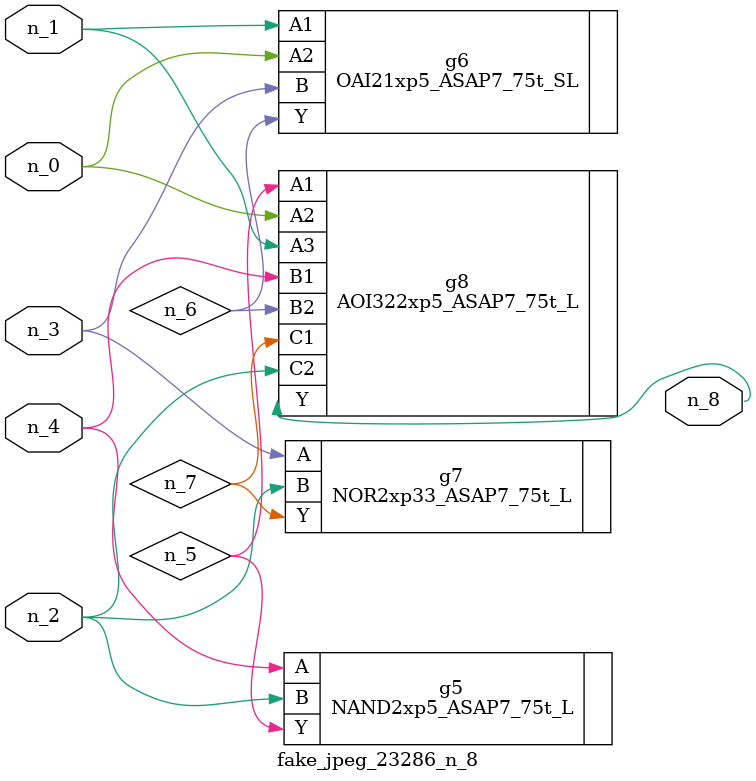
<source format=v>
module fake_jpeg_23286_n_8 (n_3, n_2, n_1, n_0, n_4, n_8);

input n_3;
input n_2;
input n_1;
input n_0;
input n_4;

output n_8;

wire n_6;
wire n_5;
wire n_7;

NAND2xp5_ASAP7_75t_L g5 ( 
.A(n_4),
.B(n_2),
.Y(n_5)
);

OAI21xp5_ASAP7_75t_SL g6 ( 
.A1(n_1),
.A2(n_0),
.B(n_3),
.Y(n_6)
);

NOR2xp33_ASAP7_75t_L g7 ( 
.A(n_3),
.B(n_2),
.Y(n_7)
);

AOI322xp5_ASAP7_75t_L g8 ( 
.A1(n_5),
.A2(n_0),
.A3(n_1),
.B1(n_4),
.B2(n_6),
.C1(n_7),
.C2(n_2),
.Y(n_8)
);


endmodule
</source>
